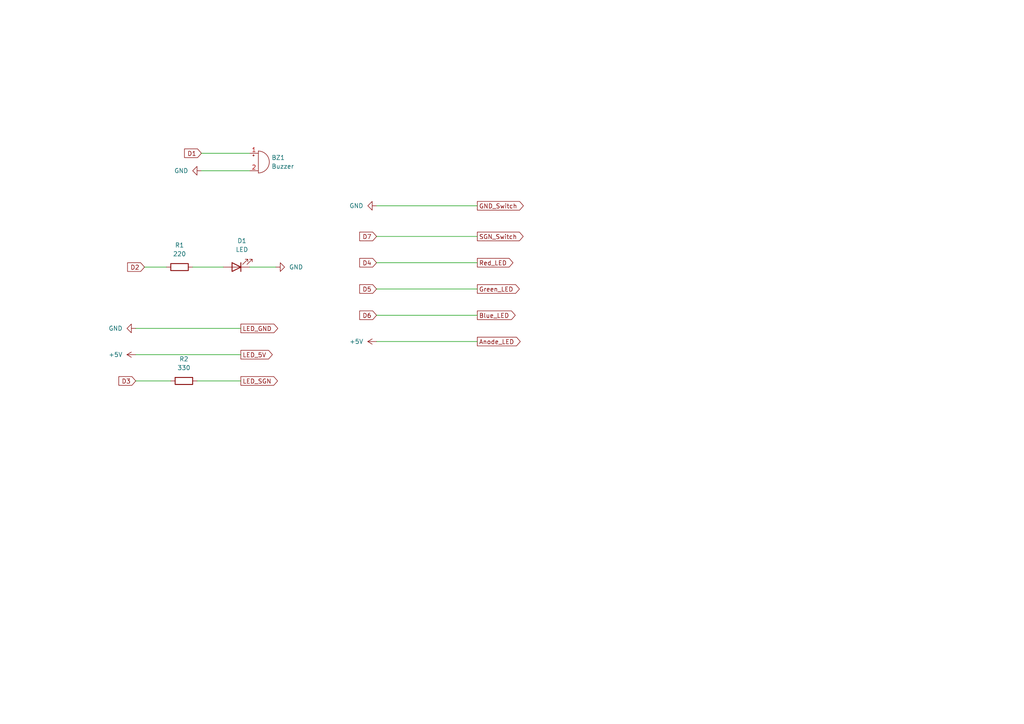
<source format=kicad_sch>
(kicad_sch (version 20230121) (generator eeschema)
  (paper "A4")
  (lib_symbols
    (symbol "Device:Buzzer" (pin_names (offset 0.0254) hide)
      (property "Reference" "BZ" (at 3.81 1.27 0))
      (property "Value" "Buzzer" (at 3.81 -1.27 0))
      (symbol "Buzzer_0_1"
        (arc (start 0 -3.175) (mid 3.1612 0) (end 0 3.175))
        (polyline (pts (xy -1.651 1.905) (xy -1.143 1.905)))
        (polyline (pts (xy -1.397 2.159) (xy -1.397 1.651)))
        (polyline (pts (xy 0 3.175) (xy 0 -3.175)))
      )
      (symbol "Buzzer_1_1"
        (pin passive line (at -2.54 2.54 0) (length 2.54) (name "-") (number "1"))
        (pin passive line (at -2.54 -2.54 0) (length 2.54) (name "+") (number "2"))
      )
    )
    (symbol "Device:LED" (pin_numbers hide) (pin_names (offset 1.016) hide)
      (property "Reference" "D" (at 0 2.54 0))
      (property "Value" "LED" (at 0 -2.54 0))
      (symbol "LED_0_1"
        (polyline (pts (xy -1.27 -1.27) (xy -1.27 1.27)) (stroke (width 0.254)))
        (polyline (pts (xy -1.27 0) (xy 1.27 0)))
        (polyline (pts (xy 1.27 -1.27) (xy 1.27 1.27) (xy -1.27 0) (xy 1.27 -1.27)) (stroke (width 0.254)))
        (polyline (pts (xy -3.048 -0.762) (xy -4.572 -2.286) (xy -3.81 -2.286) (xy -4.572 -2.286) (xy -4.572 -1.524)))
        (polyline (pts (xy -1.778 -0.762) (xy -3.302 -2.286) (xy -2.54 -2.286) (xy -3.302 -2.286) (xy -3.302 -1.524)))
      )
      (symbol "LED_1_1"
        (pin passive line (at -3.81 0 0) (length 2.54) (name "K") (number "1"))
        (pin passive line (at 3.81 0 180) (length 2.54) (name "A") (number "2"))
      )
    )
    (symbol "Device:R" (pin_numbers hide) (pin_names (offset 0))
      (property "Reference" "R" (at 2.032 0 90))
      (property "Value" "R" (at 0 0 90))
      (symbol "R_0_1"
        (rectangle (start -1.016 -2.54) (end 1.016 2.54) (stroke (width 0.254)))
      )
      (symbol "R_1_1"
        (pin passive line (at 0 3.81 270) (length 1.27) (name "~") (number "1"))
        (pin passive line (at 0 -3.81 90) (length 1.27) (name "~") (number "2"))
      )
    )
    (symbol "power:+5V" (power) (pin_names (offset 0))
      (property "Value" "+5V" (at 0 3.556 0))
      (symbol "+5V_0_1"
        (polyline (pts (xy -0.762 1.27) (xy 0 2.54)))
        (polyline (pts (xy 0 0) (xy 0 2.54)))
        (polyline (pts (xy 0 2.54) (xy 0.762 1.27)))
      )
      (symbol "+5V_1_1"
        (pin power_in line (at 0 0 90) (length 0) hide (name "+5V") (number "1"))
      )
    )
    (symbol "power:GND" (power) (pin_names (offset 0))
      (property "Value" "GND" (at 0 -3.81 0))
      (symbol "GND_0_1"
        (polyline (pts (xy 0 0) (xy 0 -1.27) (xy 1.27 -1.27) (xy 0 -2.54) (xy -1.27 -1.27) (xy 0 -1.27)))
      )
      (symbol "GND_1_1"
        (pin power_in line (at 0 0 270) (length 0) hide (name "GND") (number "1"))
      )
    )
  )
  (wire (pts (xy 109.22 76.2) (xy 138.43 76.2)))
  (wire (pts (xy 109.22 99.06) (xy 138.43 99.06)))
  (wire (pts (xy 58.42 44.45) (xy 72.39 44.45)))
  (wire (pts (xy 39.37 110.49) (xy 49.53 110.49)))
  (wire (pts (xy 41.91 77.47) (xy 48.26 77.47)))
  (wire (pts (xy 109.22 68.58) (xy 138.43 68.58)))
  (wire (pts (xy 39.37 95.25) (xy 69.85 95.25)))
  (wire (pts (xy 109.22 59.69) (xy 138.43 59.69)))
  (wire (pts (xy 58.42 49.53) (xy 72.39 49.53)))
  (wire (pts (xy 72.39 77.47) (xy 80.01 77.47)))
  (wire (pts (xy 109.22 83.82) (xy 138.43 83.82)))
  (wire (pts (xy 55.88 77.47) (xy 64.77 77.47)))
  (wire (pts (xy 109.22 91.44) (xy 138.43 91.44)))
  (wire (pts (xy 57.15 110.49) (xy 69.85 110.49)))
  (wire (pts (xy 39.37 102.87) (xy 69.85 102.87)))
  (global_label "D2" (shape input) (at 41.91 77.47 180) (property "Intersheetrefs" "${INTERSHEET_REFS}" (effects hide)))
  (global_label "Red_LED" (shape output) (at 138.43 76.2 0) (property "Intersheetrefs" "${INTERSHEET_REFS}" (effects hide)))
  (global_label "D5" (shape input) (at 109.22 83.82 180) (property "Intersheetrefs" "${INTERSHEET_REFS}" (effects hide)))
  (global_label "D6" (shape input) (at 109.22 91.44 180) (property "Intersheetrefs" "${INTERSHEET_REFS}" (effects hide)))
  (global_label "D3" (shape input) (at 39.37 110.49 180) (property "Intersheetrefs" "${INTERSHEET_REFS}" (effects hide)))
  (global_label "D7" (shape input) (at 109.22 68.58 180) (property "Intersheetrefs" "${INTERSHEET_REFS}" (effects hide)))
  (global_label "LED_GND" (shape output) (at 69.85 95.25 0) (property "Intersheetrefs" "${INTERSHEET_REFS}" (effects hide)))
  (global_label "D4" (shape input) (at 109.22 76.2 180) (property "Intersheetrefs" "${INTERSHEET_REFS}" (effects hide)))
  (global_label "LED_SGN" (shape output) (at 69.85 110.49 0) (property "Intersheetrefs" "${INTERSHEET_REFS}" (effects hide)))
  (global_label "LED_5V" (shape output) (at 69.85 102.87 0) (property "Intersheetrefs" "${INTERSHEET_REFS}" (effects hide)))
  (global_label "Green_LED" (shape output) (at 138.43 83.82 0) (property "Intersheetrefs" "${INTERSHEET_REFS}" (effects hide)))
  (global_label "Anode_LED" (shape output) (at 138.43 99.06 0) (property "Intersheetrefs" "${INTERSHEET_REFS}" (effects hide)))
  (global_label "D1" (shape input) (at 58.42 44.45 180) (property "Intersheetrefs" "${INTERSHEET_REFS}" (effects hide)))
  (global_label "Blue_LED" (shape output) (at 138.43 91.44 0) (property "Intersheetrefs" "${INTERSHEET_REFS}" (effects hide)))
  (global_label "GND_Switch" (shape output) (at 138.43 59.69 0) (property "Intersheetrefs" "${INTERSHEET_REFS}" (effects hide)))
  (global_label "SGN_Switch" (shape output) (at 138.43 68.58 0) (property "Intersheetrefs" "${INTERSHEET_REFS}" (effects hide)))
  (symbol (lib_id "power:GND") (at 80.01 77.47 90) (unit 1)
    (property "Reference" "#PWR02" (effects hide))
    (property "Value" "GND" (at 83.82 77.47 90) (effects (justify right)))
  )
  (symbol (lib_id "power:+5V") (at 109.22 99.06 90) (unit 1)
    (property "Reference" "#PWR05" (effects hide))
    (property "Value" "+5V" (at 105.41 99.06 90) (effects (justify left)))
  )
  (symbol (lib_id "Device:LED") (at 68.58 77.47 180) (unit 1)
    (property "Reference" "D1" (at 70.1675 69.85 0))
    (property "Value" "LED" (at 70.1675 72.39 0))
  )
  (symbol (lib_id "power:GND") (at 109.22 59.69 270) (unit 1)
    (property "Reference" "#PWR06" (effects hide))
    (property "Value" "GND" (at 105.41 59.69 90) (effects (justify right)))
  )
  (symbol (lib_id "power:+5V") (at 39.37 102.87 90) (unit 1)
    (property "Reference" "#PWR03" (effects hide))
    (property "Value" "+5V" (at 35.56 102.87 90) (effects (justify left)))
  )
  (symbol (lib_id "Device:Buzzer") (at 74.93 46.99 0) (unit 1)
    (property "Reference" "BZ1" (at 78.74 45.72 0) (effects (justify left)))
    (property "Value" "Buzzer" (at 78.74 48.26 0) (effects (justify left)))
  )
  (symbol (lib_id "power:GND") (at 58.42 49.53 270) (unit 1)
    (property "Reference" "#PWR01" (effects hide))
    (property "Value" "GND" (at 54.61 49.53 90) (effects (justify right)))
  )
  (symbol (lib_id "Device:R") (at 52.07 77.47 90) (unit 1)
    (property "Reference" "R1" (at 52.07 71.12 90))
    (property "Value" "220" (at 52.07 73.66 90))
  )
  (symbol (lib_id "Device:R") (at 53.34 110.49 90) (unit 1)
    (property "Reference" "R2" (at 53.34 104.14 90))
    (property "Value" "330" (at 53.34 106.68 90))
  )
  (symbol (lib_id "power:GND") (at 39.37 95.25 270) (unit 1)
    (property "Reference" "#PWR04" (effects hide))
    (property "Value" "GND" (at 35.56 95.25 90) (effects (justify right)))
  )
)
</source>
